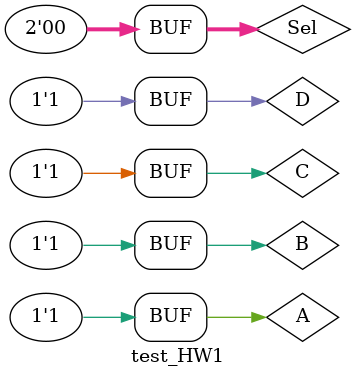
<source format=v>
module test_HW1();
reg A;//input用reg
reg B;
reg C;
reg D;
reg [1:0] Sel;
wire MuxOut; //output用wire
/*1111 0101 0011 1000 1010 0100 0111 1101 1011*/
// reg rin[3:0];
// reg [5:0] mem [];
HW1 uut (
    .MuxOut(MuxOut),//括號內的是真實名稱
    .A(A),
    .B(B),
    .C(C),
    .D(D),
    .Sel(Sel)
    );
initial begin
    // $sdf_annotate("HW1.sdf",my_alu);
    // $fsdbDumpfile("HW1.fsdb"); 
    // $fsdbDumpvars; 
    $dumpfile("HW1.vcd");
    $dumpvars;
    // cinfile = $fopen("data_in.txt", "r");
    // while(!$feof(cinfile)) begin
    //     cnt = $fscanf(cinfile, "%d %d %d %d", rin[0], rin[1], rin[2], rin[3]);
    //     $display("%d %d %d %d", rin[0], rin[1], rin[2], rin[3]);
    //     #5 A=rin[0];B=rin[1];C=rin[2];D=rin[3];
    // end
    A = 0;
    B = 0;
    C = 0;
    D = 0;
    Sel = 2'b11;
    #5 A=1;B=1;C=1;D=1;Sel=2'b00;
    #5 A=1;B=0;C=0;D=0;Sel=2'b01;
    #5 A=1;B=1;C=1;D=1;Sel=2'b00;
    #5 A=0;B=1;C=0;D=1;Sel=2'b10;
    #5 A=0;B=0;C=1;D=1;Sel=2'b10;
    #5 A=1;B=0;C=0;D=0;Sel=2'b01;
    #5 A=1;B=0;C=1;D=0;Sel=2'b11;
    #5 A=0;B=1;C=0;D=0;Sel=2'b11;
    #5 A=0;B=1;C=1;D=1;Sel=2'b00;
    #5 A=1;B=1;C=0;D=1;Sel=2'b01;
    #5 A=1;B=0;C=1;D=1;Sel=2'b11;
    #5 A=1;B=1;C=1;D=1;Sel=2'b00;
end
endmodule
// integer i;
// AA = 
</source>
